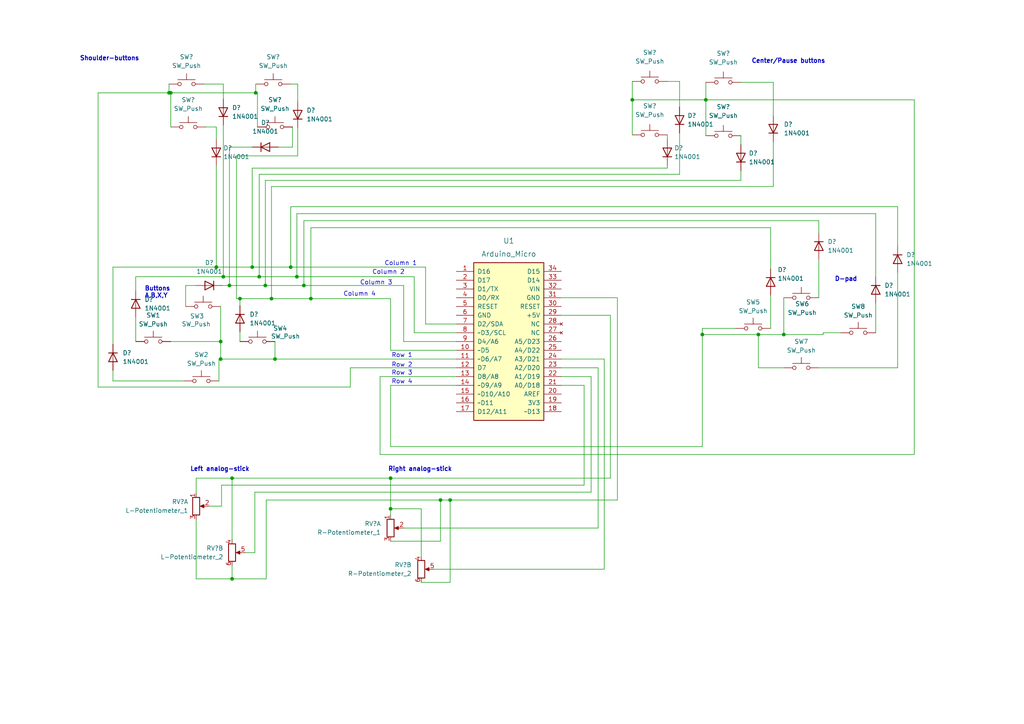
<source format=kicad_sch>
(kicad_sch (version 20211123) (generator eeschema)
  (paper "A4")
  (lib_symbols
    (symbol "Arduino:Arduino_Micro" (pin_names (offset 1.016))
      (property "Reference" "U" (at -10.16 26.67 0))
      (property "Value" "Arduino_Micro" (at -2.54 24.13 0))
      (symbol "Arduino_Micro_0_1"
        (rectangle (start -10.16 22.86) (end 10.16 -22.86) (stroke (width 0.254)) (fill (type background)))
      )
      (symbol "Arduino_Micro_1_1"
        (pin bidirectional line (at -15.24 20.32 0) (length 5.08) (name "D16") (number "1"))
        (pin bidirectional line (at -15.24 -2.54 0) (length 5.08) (name "~D5") (number "10"))
        (pin bidirectional line (at -15.24 -5.08 0) (length 5.08) (name "~D6/A7") (number "11"))
        (pin bidirectional line (at -15.24 -7.62 0) (length 5.08) (name "D7") (number "12"))
        (pin bidirectional line (at -15.24 -10.16 0) (length 5.08) (name "D8/A8") (number "13"))
        (pin bidirectional line (at -15.24 -12.7 0) (length 5.08) (name "~D9/A9") (number "14"))
        (pin bidirectional line (at -15.24 -15.24 0) (length 5.08) (name "~D10/A10") (number "15"))
        (pin bidirectional line (at -15.24 -17.78 0) (length 5.08) (name "~D11") (number "16"))
        (pin bidirectional line (at -15.24 -20.32 0) (length 5.08) (name "D12/A11") (number "17"))
        (pin bidirectional line (at 15.24 -20.32 180) (length 5.08) (name "~D13") (number "18"))
        (pin power_out line (at 15.24 -17.78 180) (length 5.08) (name "3V3") (number "19"))
        (pin bidirectional line (at -15.24 17.78 0) (length 5.08) (name "D17") (number "2"))
        (pin input line (at 15.24 -15.24 180) (length 5.08) (name "AREF") (number "20"))
        (pin bidirectional line (at 15.24 -12.7 180) (length 5.08) (name "A0/D18") (number "21"))
        (pin bidirectional line (at 15.24 -10.16 180) (length 5.08) (name "A1/D19") (number "22"))
        (pin bidirectional line (at 15.24 -7.62 180) (length 5.08) (name "A2/D20") (number "23"))
        (pin bidirectional line (at 15.24 -5.08 180) (length 5.08) (name "A3/D21") (number "24"))
        (pin bidirectional line (at 15.24 -2.54 180) (length 5.08) (name "A4/D22") (number "25"))
        (pin bidirectional line (at 15.24 0 180) (length 5.08) (name "A5/D23") (number "26"))
        (pin no_connect line (at 15.24 2.54 180) (length 5.08) (name "NC") (number "27"))
        (pin no_connect line (at 15.24 5.08 180) (length 5.08) (name "NC") (number "28"))
        (pin power_in line (at 15.24 7.62 180) (length 5.08) (name "+5V") (number "29"))
        (pin bidirectional line (at -15.24 15.24 0) (length 5.08) (name "D1/TX") (number "3"))
        (pin input line (at 15.24 10.16 180) (length 5.08) (name "RESET") (number "30"))
        (pin power_in line (at 15.24 12.7 180) (length 5.08) (name "GND") (number "31"))
        (pin power_out line (at 15.24 15.24 180) (length 5.08) (name "VIN") (number "32"))
        (pin bidirectional line (at 15.24 17.78 180) (length 5.08) (name "D14") (number "33"))
        (pin bidirectional line (at 15.24 20.32 180) (length 5.08) (name "D15") (number "34"))
        (pin bidirectional line (at -15.24 12.7 0) (length 5.08) (name "D0/RX") (number "4"))
        (pin input line (at -15.24 10.16 0) (length 5.08) (name "RESET") (number "5"))
        (pin power_in line (at -15.24 7.62 0) (length 5.08) (name "GND") (number "6"))
        (pin bidirectional line (at -15.24 5.08 0) (length 5.08) (name "D2/SDA") (number "7"))
        (pin bidirectional line (at -15.24 2.54 0) (length 5.08) (name "~D3/SCL") (number "8"))
        (pin bidirectional line (at -15.24 0 0) (length 5.08) (name "D4/A6") (number "9"))
      )
    )
    (symbol "Device:R_Potentiometer_Dual_Separate" (pin_names (offset 1.016) hide)
      (property "Reference" "RV" (at -4.445 0 90))
      (property "Value" "R_Potentiometer_Dual_Separate" (at -2.54 0 90))
      (symbol "R_Potentiometer_Dual_Separate_0_1"
        (polyline (pts (xy 2.54 0) (xy 1.524 0)))
        (polyline (pts (xy 1.143 0) (xy 2.286 0.508) (xy 2.286 -0.508) (xy 1.143 0)) (fill (type outline)))
        (rectangle (start 1.016 2.54) (end -1.016 -2.54) (stroke (width 0.254)))
      )
      (symbol "R_Potentiometer_Dual_Separate_1_1"
        (pin passive line (at 0 3.81 270) (length 1.27) (name "1") (number "1"))
        (pin passive line (at 3.81 0 180) (length 1.27) (name "2") (number "2"))
        (pin passive line (at 0 -3.81 90) (length 1.27) (name "3") (number "3"))
      )
      (symbol "R_Potentiometer_Dual_Separate_2_1"
        (pin passive line (at 0 3.81 270) (length 1.27) (name "4") (number "4"))
        (pin passive line (at 3.81 0 180) (length 1.27) (name "5") (number "5"))
        (pin passive line (at 0 -3.81 90) (length 1.27) (name "6") (number "6"))
      )
    )
    (symbol "Diode:1N4001" (pin_numbers hide) (pin_names (offset 1.016) hide)
      (property "Reference" "D" (at 0 2.54 0))
      (property "Value" "1N4001" (at 0 -2.54 0))
      (symbol "1N4001_0_1"
        (polyline (pts (xy -1.27 1.27) (xy -1.27 -1.27)) (stroke (width 0.254)))
        (polyline (pts (xy 1.27 0) (xy -1.27 0)))
        (polyline (pts (xy 1.27 1.27) (xy 1.27 -1.27) (xy -1.27 0) (xy 1.27 1.27)) (stroke (width 0.254)))
      )
      (symbol "1N4001_1_1"
        (pin passive line (at -3.81 0 0) (length 2.54) (name "K") (number "1"))
        (pin passive line (at 3.81 0 180) (length 2.54) (name "A") (number "2"))
      )
    )
    (symbol "Switch:SW_Push" (pin_numbers hide) (pin_names (offset 1.016) hide)
      (property "Reference" "SW" (at 1.27 2.54 0))
      (property "Value" "SW_Push" (at 0 -1.524 0))
      (symbol "SW_Push_0_1"
        (circle (center -2.032 0) (radius 0.508))
        (polyline (pts (xy 0 1.27) (xy 0 3.048)))
        (polyline (pts (xy 2.54 1.27) (xy -2.54 1.27)))
        (circle (center 2.032 0) (radius 0.508))
        (pin passive line (at -5.08 0 0) (length 2.54) (name "1") (number "1"))
        (pin passive line (at 5.08 0 180) (length 2.54) (name "2") (number "2"))
      )
    )
  )
  (junction (at 88.138 82.804))
  (junction (at 73.152 77.47))
  (junction (at 66.548 82.804))
  (junction (at 75.184 80.264))
  (junction (at 130.556 145.034))
  (junction (at 64.008 99.06))
  (junction (at 78.74 86.614))
  (junction (at 90.17 86.614))
  (junction (at 64.008 104.14))
  (junction (at 79.756 104.14))
  (junction (at 67.31 138.684))
  (junction (at 127.762 145.034))
  (junction (at 203.708 97.028))
  (junction (at 62.738 77.47))
  (junction (at 74.168 26.924))
  (junction (at 76.962 82.804))
  (junction (at 204.724 28.956))
  (junction (at 113.284 138.684))
  (junction (at 113.284 147.574))
  (junction (at 67.31 167.894))
  (junction (at 183.388 28.956))
  (junction (at 227.33 97.028))
  (junction (at 84.328 77.47))
  (junction (at 49.022 26.924))
  (junction (at 219.964 97.028))
  (junction (at 49.53 26.924))
  (junction (at 86.106 80.264))
  (junction (at 69.596 86.614))
  (junction (at 64.77 80.264))
  (wire (pts (xy 69.596 86.614) (xy 68.58 86.614)))
  (wire (pts (xy 171.45 109.22) (xy 171.45 142.748)))
  (wire (pts (xy 60.706 146.812) (xy 64.262 146.812)))
  (wire (pts (xy 62.738 36.83) (xy 62.738 40.386)))
  (wire (pts (xy 219.964 97.028) (xy 203.708 97.028)))
  (wire (pts (xy 39.37 84.328) (xy 39.37 80.264)))
  (wire (pts (xy 113.284 111.76) (xy 132.334 111.76)))
  (wire (pts (xy 223.52 66.04) (xy 90.17 66.04)))
  (wire (pts (xy 75.184 80.264) (xy 86.106 80.264)))
  (wire (pts (xy 113.284 138.684) (xy 113.284 147.574)))
  (wire (pts (xy 76.962 82.804) (xy 88.138 82.804)))
  (wire (pts (xy 183.388 23.622) (xy 183.388 28.956)))
  (wire (pts (xy 53.848 88.9) (xy 53.848 82.804)))
  (wire (pts (xy 101.6 106.68) (xy 101.6 112.268)))
  (wire (pts (xy 56.896 138.684) (xy 56.896 143.002)))
  (wire (pts (xy 110.236 109.22) (xy 110.236 131.826)))
  (wire (pts (xy 79.756 104.14) (xy 132.334 104.14)))
  (wire (pts (xy 74.168 24.384) (xy 74.168 26.924)))
  (wire (pts (xy 237.49 64.008) (xy 88.138 64.008)))
  (wire (pts (xy 56.896 138.684) (xy 67.31 138.684)))
  (wire (pts (xy 227.33 86.36) (xy 227.33 97.028)))
  (wire (pts (xy 203.708 95.25) (xy 213.36 95.25)))
  (wire (pts (xy 64.008 99.06) (xy 64.008 104.14)))
  (wire (pts (xy 73.152 48.768) (xy 193.548 48.768)))
  (wire (pts (xy 173.482 153.162) (xy 173.482 106.68)))
  (wire (pts (xy 214.884 49.53) (xy 214.884 52.324)))
  (wire (pts (xy 71.12 160.274) (xy 73.914 160.274)))
  (wire (pts (xy 78.74 86.614) (xy 90.17 86.614)))
  (wire (pts (xy 59.182 24.384) (xy 64.77 24.384)))
  (wire (pts (xy 39.37 80.264) (xy 64.77 80.264)))
  (wire (pts (xy 237.49 86.36) (xy 237.49 75.184)))
  (wire (pts (xy 120.142 96.52) (xy 132.334 96.52)))
  (wire (pts (xy 113.284 138.684) (xy 177.038 138.684)))
  (wire (pts (xy 162.814 109.22) (xy 171.45 109.22)))
  (wire (pts (xy 113.284 101.6) (xy 132.334 101.6)))
  (wire (pts (xy 224.282 23.876) (xy 224.282 33.528)))
  (wire (pts (xy 193.548 39.116) (xy 193.548 40.386)))
  (wire (pts (xy 173.482 106.68) (xy 162.814 106.68)))
  (wire (pts (xy 203.708 129.54) (xy 203.708 97.028)))
  (wire (pts (xy 56.896 167.894) (xy 67.31 167.894)))
  (wire (pts (xy 84.328 59.944) (xy 84.328 77.47)))
  (wire (pts (xy 254 61.976) (xy 86.106 61.976)))
  (wire (pts (xy 62.738 77.47) (xy 73.152 77.47)))
  (wire (pts (xy 64.77 24.384) (xy 64.77 28.702)))
  (wire (pts (xy 67.31 138.684) (xy 113.284 138.684)))
  (wire (pts (xy 203.708 97.028) (xy 203.708 95.25)))
  (wire (pts (xy 68.58 45.212) (xy 68.58 86.614)))
  (wire (pts (xy 78.74 54.102) (xy 224.282 54.102)))
  (wire (pts (xy 64.77 36.322) (xy 64.77 80.264)))
  (wire (pts (xy 53.34 110.49) (xy 32.766 110.49)))
  (wire (pts (xy 67.31 167.894) (xy 77.216 167.894)))
  (wire (pts (xy 64.008 88.9) (xy 64.008 99.06)))
  (wire (pts (xy 214.884 39.37) (xy 214.884 41.91)))
  (wire (pts (xy 237.49 106.68) (xy 260.35 106.68)))
  (wire (pts (xy 177.038 91.44) (xy 177.038 138.684)))
  (wire (pts (xy 130.556 145.034) (xy 127.762 145.034)))
  (wire (pts (xy 56.896 150.622) (xy 56.896 167.894)))
  (wire (pts (xy 179.07 86.36) (xy 179.07 145.034)))
  (wire (pts (xy 127.762 156.972) (xy 127.762 145.034)))
  (wire (pts (xy 32.766 77.47) (xy 62.738 77.47)))
  (wire (pts (xy 49.022 26.924) (xy 28.448 26.924)))
  (wire (pts (xy 193.548 23.622) (xy 197.104 23.622)))
  (wire (pts (xy 122.174 147.574) (xy 113.284 147.574)))
  (wire (pts (xy 67.31 164.084) (xy 67.31 167.894)))
  (wire (pts (xy 63.5 110.49) (xy 63.5 104.14)))
  (wire (pts (xy 238.76 96.52) (xy 238.76 97.028)))
  (wire (pts (xy 227.33 97.028) (xy 219.964 97.028)))
  (wire (pts (xy 204.724 23.876) (xy 204.724 28.956)))
  (wire (pts (xy 224.282 41.148) (xy 224.282 54.102)))
  (wire (pts (xy 162.814 91.44) (xy 177.038 91.44)))
  (wire (pts (xy 169.418 140.716) (xy 64.262 140.716)))
  (wire (pts (xy 110.236 109.22) (xy 132.334 109.22)))
  (wire (pts (xy 86.36 37.084) (xy 86.36 45.212)))
  (wire (pts (xy 130.556 168.91) (xy 130.556 145.034)))
  (wire (pts (xy 73.152 42.672) (xy 66.548 42.672)))
  (wire (pts (xy 175.26 104.14) (xy 175.26 165.1)))
  (wire (pts (xy 122.174 161.29) (xy 122.174 147.574)))
  (wire (pts (xy 86.106 61.976) (xy 86.106 80.264)))
  (wire (pts (xy 113.284 129.54) (xy 113.284 111.76)))
  (wire (pts (xy 64.008 104.14) (xy 79.756 104.14)))
  (wire (pts (xy 69.596 99.06) (xy 69.596 96.266)))
  (wire (pts (xy 197.104 38.608) (xy 197.104 50.546)))
  (wire (pts (xy 84.836 42.672) (xy 80.772 42.672)))
  (wire (pts (xy 32.766 110.49) (xy 32.766 107.442)))
  (wire (pts (xy 86.36 45.212) (xy 68.58 45.212)))
  (wire (pts (xy 75.184 50.546) (xy 75.184 80.264)))
  (wire (pts (xy 64.77 80.264) (xy 75.184 80.264)))
  (wire (pts (xy 62.738 36.83) (xy 59.69 36.83)))
  (wire (pts (xy 237.49 67.564) (xy 237.49 64.008)))
  (wire (pts (xy 175.26 165.1) (xy 125.984 165.1)))
  (wire (pts (xy 28.448 112.268) (xy 101.6 112.268)))
  (wire (pts (xy 69.596 88.646) (xy 69.596 86.614)))
  (wire (pts (xy 204.724 28.956) (xy 265.176 28.956)))
  (wire (pts (xy 265.176 131.826) (xy 110.236 131.826)))
  (wire (pts (xy 214.884 23.876) (xy 224.282 23.876)))
  (wire (pts (xy 123.444 77.47) (xy 123.444 93.98)))
  (wire (pts (xy 113.284 129.54) (xy 203.708 129.54)))
  (wire (pts (xy 260.35 71.374) (xy 260.35 59.944)))
  (wire (pts (xy 32.766 99.822) (xy 32.766 77.47)))
  (wire (pts (xy 84.836 36.83) (xy 84.836 42.672)))
  (wire (pts (xy 49.53 26.924) (xy 74.168 26.924)))
  (wire (pts (xy 84.328 77.47) (xy 123.444 77.47)))
  (wire (pts (xy 39.37 99.06) (xy 39.37 91.948)))
  (wire (pts (xy 260.35 106.68) (xy 260.35 78.994)))
  (wire (pts (xy 204.724 28.956) (xy 204.724 39.37)))
  (wire (pts (xy 77.216 145.034) (xy 127.762 145.034)))
  (wire (pts (xy 101.6 106.68) (xy 132.334 106.68)))
  (wire (pts (xy 183.388 28.956) (xy 204.724 28.956)))
  (wire (pts (xy 223.52 95.25) (xy 223.52 85.598)))
  (wire (pts (xy 66.548 42.672) (xy 66.548 82.804)))
  (wire (pts (xy 84.328 24.384) (xy 86.36 24.384)))
  (wire (pts (xy 88.138 82.804) (xy 117.094 82.804)))
  (wire (pts (xy 49.022 24.384) (xy 49.022 26.924)))
  (wire (pts (xy 86.106 80.264) (xy 120.142 80.264)))
  (wire (pts (xy 113.284 147.574) (xy 113.284 149.352)))
  (wire (pts (xy 49.53 36.83) (xy 49.53 26.924)))
  (wire (pts (xy 162.814 86.36) (xy 179.07 86.36)))
  (wire (pts (xy 197.104 23.622) (xy 197.104 30.988)))
  (wire (pts (xy 76.962 52.324) (xy 214.884 52.324)))
  (wire (pts (xy 265.176 28.956) (xy 265.176 131.826)))
  (wire (pts (xy 254 80.264) (xy 254 61.976)))
  (wire (pts (xy 223.52 77.978) (xy 223.52 66.04)))
  (wire (pts (xy 28.448 26.924) (xy 28.448 112.268)))
  (wire (pts (xy 162.814 111.76) (xy 169.418 111.76)))
  (wire (pts (xy 63.5 104.14) (xy 64.008 104.14)))
  (wire (pts (xy 76.962 52.324) (xy 76.962 82.804)))
  (wire (pts (xy 88.138 64.008) (xy 88.138 82.804)))
  (wire (pts (xy 193.548 48.006) (xy 193.548 48.768)))
  (wire (pts (xy 86.36 24.384) (xy 86.36 29.464)))
  (wire (pts (xy 77.216 145.034) (xy 77.216 167.894)))
  (wire (pts (xy 69.596 86.614) (xy 78.74 86.614)))
  (wire (pts (xy 169.418 111.76) (xy 169.418 140.716)))
  (wire (pts (xy 75.184 50.546) (xy 197.104 50.546)))
  (wire (pts (xy 117.094 153.162) (xy 173.482 153.162)))
  (wire (pts (xy 74.676 26.924) (xy 74.168 26.924)))
  (wire (pts (xy 49.53 99.06) (xy 64.008 99.06)))
  (wire (pts (xy 117.094 82.804) (xy 117.094 99.06)))
  (wire (pts (xy 78.74 54.102) (xy 78.74 86.614)))
  (wire (pts (xy 64.262 140.716) (xy 64.262 146.812)))
  (wire (pts (xy 254 96.52) (xy 254 87.884)))
  (wire (pts (xy 67.31 138.684) (xy 67.31 156.464)))
  (wire (pts (xy 238.76 97.028) (xy 227.33 97.028)))
  (wire (pts (xy 53.848 82.804) (xy 56.896 82.804)))
  (wire (pts (xy 219.964 106.68) (xy 219.964 97.028)))
  (wire (pts (xy 79.756 99.06) (xy 79.756 104.14)))
  (wire (pts (xy 179.07 145.034) (xy 130.556 145.034)))
  (wire (pts (xy 73.914 142.748) (xy 73.914 160.274)))
  (wire (pts (xy 122.174 168.91) (xy 130.556 168.91)))
  (wire (pts (xy 117.094 99.06) (xy 132.334 99.06)))
  (wire (pts (xy 62.738 48.006) (xy 62.738 77.47)))
  (wire (pts (xy 49.022 26.924) (xy 49.53 26.924)))
  (wire (pts (xy 171.45 142.748) (xy 73.914 142.748)))
  (wire (pts (xy 120.142 80.264) (xy 120.142 96.52)))
  (wire (pts (xy 64.516 82.804) (xy 66.548 82.804)))
  (wire (pts (xy 260.35 59.944) (xy 84.328 59.944)))
  (wire (pts (xy 74.676 36.83) (xy 74.676 26.924)))
  (wire (pts (xy 227.33 106.68) (xy 219.964 106.68)))
  (wire (pts (xy 90.17 86.614) (xy 113.284 86.614)))
  (wire (pts (xy 162.814 104.14) (xy 175.26 104.14)))
  (wire (pts (xy 73.152 48.768) (xy 73.152 77.47)))
  (wire (pts (xy 113.284 156.972) (xy 127.762 156.972)))
  (wire (pts (xy 73.152 77.47) (xy 84.328 77.47)))
  (wire (pts (xy 90.17 66.04) (xy 90.17 86.614)))
  (wire (pts (xy 123.444 93.98) (xy 132.334 93.98)))
  (wire (pts (xy 66.548 82.804) (xy 76.962 82.804)))
  (wire (pts (xy 183.388 28.956) (xy 183.388 39.116)))
  (wire (pts (xy 243.84 96.52) (xy 238.76 96.52)))
  (wire (pts (xy 113.284 86.614) (xy 113.284 101.6)))
  (text "Column 2" (at 107.95 79.756 0) (effects (font (size 1.27 1.27)) (justify left bottom)))
  (text "Row 2\n" (at 113.538 106.68 0) (effects (font (size 1.27 1.27)) (justify left bottom)))
  (text "Row 4" (at 113.538 111.506 0) (effects (font (size 1.27 1.27)) (justify left bottom)))
  (text "Row 3" (at 113.538 108.966 0) (effects (font (size 1.27 1.27)) (justify left bottom)))
  (text "Buttons\nA,B,X,Y" (at 41.91 86.614 0) (effects (font (size 1.27 1.27) (thickness 0.254) bold) (justify left bottom)))
  (text "Row 1" (at 113.538 103.886 0) (effects (font (size 1.27 1.27)) (justify left bottom)))
  (text "Column 1\n" (at 111.506 77.216 0) (effects (font (size 1.27 1.27)) (justify left bottom)))
  (text "Center/Pause buttons" (at 217.932 18.542 0) (effects (font (size 1.27 1.27) (thickness 0.254) bold) (justify left bottom)))
  (text "Column 4" (at 99.568 86.106 0) (effects (font (size 1.27 1.27)) (justify left bottom)))
  (text "Column 3" (at 104.394 82.804 0) (effects (font (size 1.27 1.27)) (justify left bottom)))
  (text "Shoulder-buttons" (at 23.114 17.78 0) (effects (font (size 1.27 1.27) (thickness 0.254) bold) (justify left bottom)))
  (text "Left analog-stick" (at 55.118 136.906 0) (effects (font (size 1.27 1.27) (thickness 0.254) bold) (justify left bottom)))
  (text "D-pad" (at 242.062 81.788 0) (effects (font (size 1.27 1.27) (thickness 0.254) bold) (justify left bottom)))
  (text "Right analog-stick" (at 112.522 136.906 0) (effects (font (size 1.27 1.27) (thickness 0.254) bold) (justify left bottom)))
  (symbol (lib_id "Switch:SW_Push") (at 74.676 99.06 0) (unit 1)
    (property "Reference" "SW4" (at 81.28 95.25 0))
    (property "Value" "SW_Push" (at 82.804 97.536 0))
  )
  (symbol (lib_id "Switch:SW_Push") (at 58.42 110.49 0) (unit 1)
    (property "Reference" "SW2" (at 58.42 102.87 0))
    (property "Value" "SW_Push" (at 58.42 105.41 0))
  )
  (symbol (lib_id "Switch:SW_Push") (at 188.468 23.622 0) (unit 1)
    (property "Reference" "SW?" (at 188.468 15.24 0))
    (property "Value" "SW_Push" (at 188.468 17.78 0))
  )
  (symbol (lib_id "Arduino:Arduino_Micro") (at 147.574 99.06 0) (unit 1)
    (property "Reference" "U1" (at 147.574 69.85 0) (effects (font (size 1.524 1.524))))
    (property "Value" "Arduino_Micro" (at 147.574 73.66 0) (effects (font (size 1.524 1.524))))
    (property "Footprint" "Arduino:Arduino_Micro" (effects hide))
    (property "Datasheet" "https://store.arduino.cc/usa/arduino-micro" (effects hide))
  )
  (symbol (lib_id "Diode:1N4001") (at 237.49 71.374 270) (unit 1)
    (property "Reference" "D?" (at 240.03 70.1039 90) (effects (justify left)))
    (property "Value" "1N4001" (at 240.03 72.6439 90) (effects (justify left)))
    (property "Footprint" "Diode_THT:D_DO-41_SOD81_P10.16mm_Horizontal" (effects hide))
    (property "Datasheet" "http://www.vishay.com/docs/88503/1n4001.pdf" (effects hide))
  )
  (symbol (lib_id "Diode:1N4001") (at 76.962 42.672 0) (unit 1)
    (property "Reference" "D?" (at 76.962 35.56 0))
    (property "Value" "1N4001" (at 76.962 38.1 0))
    (property "Footprint" "Diode_THT:D_DO-41_SOD81_P10.16mm_Horizontal" (effects hide))
    (property "Datasheet" "http://www.vishay.com/docs/88503/1n4001.pdf" (effects hide))
  )
  (symbol (lib_id "Switch:SW_Push") (at 54.61 36.83 0) (unit 1)
    (property "Reference" "SW?" (at 54.61 28.956 0))
    (property "Value" "SW_Push" (at 54.61 31.496 0))
  )
  (symbol (lib_id "Diode:1N4001") (at 214.884 45.72 90) (unit 1)
    (property "Reference" "D?" (at 217.17 44.4499 90) (effects (justify right)))
    (property "Value" "1N4001" (at 217.17 46.9899 90) (effects (justify right)))
    (property "Footprint" "Diode_THT:D_DO-41_SOD81_P10.16mm_Horizontal" (effects hide))
    (property "Datasheet" "http://www.vishay.com/docs/88503/1n4001.pdf" (effects hide))
  )
  (symbol (lib_id "Switch:SW_Push") (at 79.248 24.384 0) (unit 1)
    (property "Reference" "SW?" (at 79.248 16.51 0))
    (property "Value" "SW_Push" (at 79.248 19.05 0))
  )
  (symbol (lib_id "Switch:SW_Push") (at 209.804 23.876 0) (unit 1)
    (property "Reference" "SW?" (at 209.804 15.494 0))
    (property "Value" "SW_Push" (at 209.804 18.034 0))
  )
  (symbol (lib_id "Switch:SW_Push") (at 209.804 39.37 0) (unit 1)
    (property "Reference" "SW?" (at 209.804 30.988 0))
    (property "Value" "SW_Push" (at 209.804 33.528 0))
  )
  (symbol (lib_id "Diode:1N4001") (at 69.596 92.456 270) (unit 1)
    (property "Reference" "D?" (at 72.39 91.1859 90) (effects (justify left)))
    (property "Value" "1N4001" (at 72.39 93.7259 90) (effects (justify left)))
    (property "Footprint" "Diode_THT:D_DO-41_SOD81_P10.16mm_Horizontal" (effects hide))
    (property "Datasheet" "http://www.vishay.com/docs/88503/1n4001.pdf" (effects hide))
  )
  (symbol (lib_id "Switch:SW_Push") (at 188.468 39.116 0) (unit 1)
    (property "Reference" "SW?" (at 188.468 30.734 0))
    (property "Value" "SW_Push" (at 188.468 33.274 0))
  )
  (symbol (lib_id "Diode:1N4001") (at 32.766 103.632 270) (unit 1)
    (property "Reference" "D?" (at 35.56 102.3619 90) (effects (justify left)))
    (property "Value" "1N4001" (at 35.56 104.9019 90) (effects (justify left)))
    (property "Footprint" "Diode_THT:D_DO-41_SOD81_P10.16mm_Horizontal" (effects hide))
    (property "Datasheet" "http://www.vishay.com/docs/88503/1n4001.pdf" (effects hide))
  )
  (symbol (lib_id "Diode:1N4001") (at 197.104 34.798 90) (unit 1)
    (property "Reference" "D?" (at 199.39 33.5279 90) (effects (justify right)))
    (property "Value" "1N4001" (at 199.39 36.0679 90) (effects (justify right)))
    (property "Footprint" "Diode_THT:D_DO-41_SOD81_P10.16mm_Horizontal" (effects hide))
    (property "Datasheet" "http://www.vishay.com/docs/88503/1n4001.pdf" (effects hide))
  )
  (symbol (lib_id "Switch:SW_Push") (at 232.41 106.68 0) (unit 1)
    (property "Reference" "SW7" (at 232.41 99.06 0))
    (property "Value" "SW_Push" (at 232.41 101.6 0))
  )
  (symbol (lib_id "Diode:1N4001") (at 39.37 88.138 270) (unit 1)
    (property "Reference" "D?" (at 41.91 86.8679 90) (effects (justify left)))
    (property "Value" "1N4001" (at 41.91 89.4079 90) (effects (justify left)))
    (property "Footprint" "Diode_THT:D_DO-41_SOD81_P10.16mm_Horizontal" (effects hide))
    (property "Datasheet" "http://www.vishay.com/docs/88503/1n4001.pdf" (effects hide))
  )
  (symbol (lib_id "Diode:1N4001") (at 254 84.074 270) (unit 1)
    (property "Reference" "D?" (at 256.54 82.8039 90) (effects (justify left)))
    (property "Value" "1N4001" (at 256.54 85.3439 90) (effects (justify left)))
    (property "Footprint" "Diode_THT:D_DO-41_SOD81_P10.16mm_Horizontal" (effects hide))
    (property "Datasheet" "http://www.vishay.com/docs/88503/1n4001.pdf" (effects hide))
  )
  (symbol (lib_id "Switch:SW_Push") (at 79.756 36.83 0) (unit 1)
    (property "Reference" "SW?" (at 79.756 28.956 0))
    (property "Value" "SW_Push" (at 79.756 31.496 0))
  )
  (symbol (lib_id "Switch:SW_Push") (at 58.928 88.9 0) (unit 1)
    (property "Reference" "SW3" (at 57.15 91.694 0))
    (property "Value" "SW_Push" (at 56.896 93.98 0))
  )
  (symbol (lib_id "Diode:1N4001") (at 193.548 44.196 90) (unit 1)
    (property "Reference" "D?" (at 195.58 42.9259 90) (effects (justify right)))
    (property "Value" "1N4001" (at 195.58 45.4659 90) (effects (justify right)))
    (property "Footprint" "Diode_THT:D_DO-41_SOD81_P10.16mm_Horizontal" (effects hide))
    (property "Datasheet" "http://www.vishay.com/docs/88503/1n4001.pdf" (effects hide))
  )
  (symbol (lib_id "Switch:SW_Push") (at 232.41 86.36 0) (unit 1)
    (property "Reference" "SW6" (at 232.664 88.138 0))
    (property "Value" "SW_Push" (at 232.664 90.678 0))
  )
  (symbol (lib_id "Diode:1N4001") (at 86.36 33.274 90) (unit 1)
    (property "Reference" "D?" (at 88.9 32.0039 90) (effects (justify right)))
    (property "Value" "1N4001" (at 88.9 34.5439 90) (effects (justify right)))
    (property "Footprint" "Diode_THT:D_DO-41_SOD81_P10.16mm_Horizontal" (effects hide))
    (property "Datasheet" "http://www.vishay.com/docs/88503/1n4001.pdf" (effects hide))
  )
  (symbol (lib_id "Diode:1N4001") (at 60.706 82.804 180) (unit 1)
    (property "Reference" "D?" (at 60.706 76.2 0))
    (property "Value" "1N4001" (at 60.706 78.74 0))
    (property "Footprint" "Diode_THT:D_DO-41_SOD81_P10.16mm_Horizontal" (effects hide))
    (property "Datasheet" "http://www.vishay.com/docs/88503/1n4001.pdf" (effects hide))
  )
  (symbol (lib_id "Diode:1N4001") (at 62.738 44.196 90) (unit 1)
    (property "Reference" "D?" (at 64.77 42.9259 90) (effects (justify right)))
    (property "Value" "1N4001" (at 64.77 45.4659 90) (effects (justify right)))
    (property "Footprint" "Diode_THT:D_DO-41_SOD81_P10.16mm_Horizontal" (effects hide))
    (property "Datasheet" "http://www.vishay.com/docs/88503/1n4001.pdf" (effects hide))
  )
  (symbol (lib_id "Switch:SW_Push") (at 44.45 99.06 0) (unit 1)
    (property "Reference" "SW1" (at 44.45 91.44 0))
    (property "Value" "SW_Push" (at 44.45 93.98 0))
  )
  (symbol (lib_id "Switch:SW_Push") (at 54.102 24.384 0) (unit 1)
    (property "Reference" "SW?" (at 54.102 16.51 0))
    (property "Value" "SW_Push" (at 54.102 19.05 0))
  )
  (symbol (lib_id "Diode:1N4001") (at 224.282 37.338 90) (unit 1)
    (property "Reference" "D?" (at 227.33 36.0679 90) (effects (justify right)))
    (property "Value" "1N4001" (at 227.33 38.6079 90) (effects (justify right)))
    (property "Footprint" "Diode_THT:D_DO-41_SOD81_P10.16mm_Horizontal" (effects hide))
    (property "Datasheet" "http://www.vishay.com/docs/88503/1n4001.pdf" (effects hide))
  )
  (symbol (lib_id "Diode:1N4001") (at 260.35 75.184 270) (unit 1)
    (property "Reference" "D?" (at 262.89 73.9139 90) (effects (justify left)))
    (property "Value" "1N4001" (at 262.89 76.4539 90) (effects (justify left)))
    (property "Footprint" "Diode_THT:D_DO-41_SOD81_P10.16mm_Horizontal" (effects hide))
    (property "Datasheet" "http://www.vishay.com/docs/88503/1n4001.pdf" (effects hide))
  )
  (symbol (lib_id "Diode:1N4001") (at 223.52 81.788 270) (unit 1)
    (property "Reference" "D?" (at 225.552 78.232 90) (effects (justify left)))
    (property "Value" "1N4001" (at 225.552 80.772 90) (effects (justify left)))
    (property "Footprint" "Diode_THT:D_DO-41_SOD81_P10.16mm_Horizontal" (effects hide))
    (property "Datasheet" "http://www.vishay.com/docs/88503/1n4001.pdf" (effects hide))
  )
  (symbol (lib_id "Device:R_Potentiometer_Dual_Separate") (at 113.284 153.162 0) (unit 1)
    (property "Reference" "RV?" (at 110.49 151.8919 0) (effects (justify right)))
    (property "Value" "R-Potentiometer_1" (at 110.49 154.4319 0) (effects (justify right)))
  )
  (symbol (lib_id "Switch:SW_Push") (at 218.44 95.25 0) (unit 1)
    (property "Reference" "SW5" (at 218.44 87.63 0))
    (property "Value" "SW_Push" (at 218.44 90.17 0))
  )
  (symbol (lib_id "Device:R_Potentiometer_Dual_Separate") (at 67.31 160.274 0) (unit 2)
    (property "Reference" "RV?" (at 64.77 159.0039 0) (effects (justify right)))
    (property "Value" "L-Potentiometer_2" (at 64.77 161.5439 0) (effects (justify right)))
  )
  (symbol (lib_id "Switch:SW_Push") (at 248.92 96.52 0) (unit 1)
    (property "Reference" "SW8" (at 248.92 88.9 0))
    (property "Value" "SW_Push" (at 248.92 91.44 0))
  )
  (symbol (lib_id "Device:R_Potentiometer_Dual_Separate") (at 122.174 165.1 0) (unit 2)
    (property "Reference" "RV?" (at 119.38 163.8299 0) (effects (justify right)))
    (property "Value" "R-Potentiometer_2" (at 119.38 166.3699 0) (effects (justify right)))
  )
  (symbol (lib_id "Device:R_Potentiometer_Dual_Separate") (at 56.896 146.812 0) (unit 1)
    (property "Reference" "RV?" (at 54.61 145.5419 0) (effects (justify right)))
    (property "Value" "L-Potentiometer_1" (at 54.61 148.0819 0) (effects (justify right)))
  )
  (symbol (lib_id "Diode:1N4001") (at 64.77 32.512 90) (unit 1)
    (property "Reference" "D?" (at 67.31 31.2419 90) (effects (justify right)))
    (property "Value" "1N4001" (at 67.31 33.7819 90) (effects (justify right)))
    (property "Footprint" "Diode_THT:D_DO-41_SOD81_P10.16mm_Horizontal" (effects hide))
    (property "Datasheet" "http://www.vishay.com/docs/88503/1n4001.pdf" (effects hide))
  )
)
</source>
